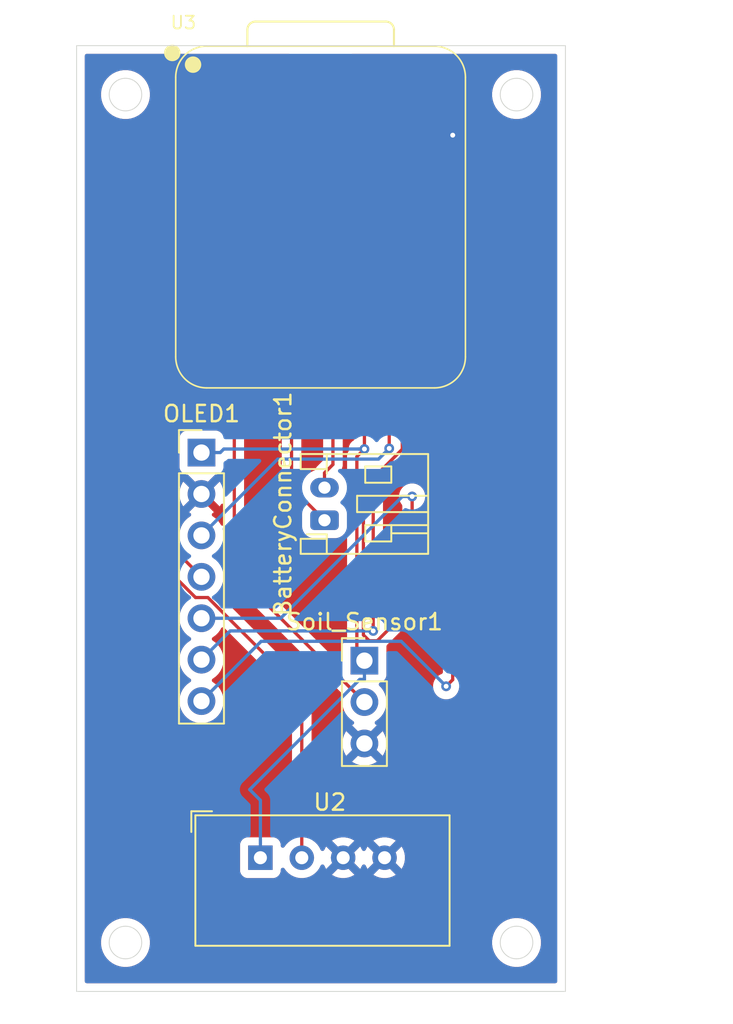
<source format=kicad_pcb>
(kicad_pcb (version 20241229) (generator "pcbnew") (generator_version "9.0")
  (layers (0 "F.Cu" signal) (2 "B.Cu" signal) (13 "F.Paste" user) (15 "B.Paste" user) (5 "F.SilkS" user "F.Silkscreen") (7 "B.SilkS" user "B.Silkscreen") (1 "F.Mask" user) (3 "B.Mask" user) (25 "Edge.Cuts" user))
  (net 0 "")
  (net 1 "GND")
  (net 2 "Net-(Soil_Sensor1-Pin_2)")
  (net 3 "SCL")
  (net 4 "SDA")
  (net 5 "CS")
  (net 6 "DIN")
  (net 7 "RST")
  (net 8 "DC")
  (net 9 "Net-(BatteryConnector1-Pin_1)")
  (net 10 "Net-(BatteryConnector1-Pin_2)")
  (net 12 "+3.3V")
  (net 15 "+5V")
  (footprint "Library:XIAO-ESP32C6-SMD" (layer "F.Cu") (at 146.2 70.5481)
    (property "Reference" "U3" (at -9.5 -11.5 0) (layer "F.SilkS") (effects (font (size 0.78232 0.78232) (thickness 0.10668)) (justify left bottom)))
    (property "Value" "XIAO-ESP32-S3-SMD")
    (fp_line (start -9.1166 8.5345) (end -9.1166 -8.6105) (stroke (width 0.1)) (layer "F.SilkS"))
    (fp_line (start -7.2116 10.4395) (end 6.7584 10.4395) (stroke (width 0.1)) (layer "F.SilkS"))
    (fp_line (start -4.7216 -10.5155) (end -4.717872 -11.525772) (stroke (width 0.127)) (layer "F.SilkS"))
    (fp_line (start -4.217872 -12.0255) (end 3.7774 -12.0255) (stroke (width 0.127)) (layer "F.SilkS"))
    (fp_line (start 4.2774 -11.5255) (end 4.2774 -10.5155) (stroke (width 0.127)) (layer "F.SilkS"))
    (fp_line (start 6.7584 -10.5155) (end -7.2116 -10.5155) (stroke (width 0.1)) (layer "F.SilkS"))
    (fp_line (start 8.6634 8.5345) (end 8.6634 -8.6105) (stroke (width 0.1)) (layer "F.SilkS"))
    (fp_arc (start -9.1166 -8.6145) (mid -8.558638 -9.961538) (end -7.2116 -10.5195) (stroke (width 0.1)) (layer "F.SilkS"))
    (fp_arc (start -7.2116 10.4395) (mid -8.558638 9.881538) (end -9.1166 8.5345) (stroke (width 0.1)) (layer "F.SilkS"))
    (fp_arc (start -4.717872 -11.525772) (mid -4.571324 -11.879144) (end -4.217872 -12.0255) (stroke (width 0.127)) (layer "F.SilkS"))
    (fp_arc (start 3.7774 -12.0255) (mid 4.130953 -11.879053) (end 4.2774 -11.5255) (stroke (width 0.127)) (layer "F.SilkS"))
    (fp_arc (start 6.7584 -10.5155) (mid 8.105438 -9.957538) (end 8.6634 -8.6105) (stroke (width 0.1)) (layer "F.SilkS"))
    (fp_arc (start 8.6634 8.5345) (mid 8.105438 9.881538) (end 6.7584 10.4395) (stroke (width 0.1)) (layer "F.SilkS"))
    (fp_circle (center -9.3266 -10.0995) (end -9.3266 -10.3535) (stroke (width 0.5)) (fill yes) (layer "F.SilkS"))
    (fp_circle (center -8.0526 -9.3825) (end -8.0526 -9.6365) (stroke (width 0.5)) (fill yes) (layer "F.SilkS"))
    (pad "1" smd roundrect (at -8.2816 -7.5985) (size 2.75 2) (layers "F.Cu" "F.Mask" "F.Paste"))
    (pad "2" smd roundrect (at -8.2816 -5.0585) (size 2.75 2) (layers "F.Cu" "F.Mask" "F.Paste") (net 2 "Net-(Soil_Sensor1-Pin_2)"))
    (pad "3" smd roundrect (at -8.2816 -2.5185) (size 2.75 2) (layers "F.Cu" "F.Mask" "F.Paste"))
    (pad "4" smd roundrect (at -8.2816 0.0215) (size 2.75 2) (layers "F.Cu" "F.Mask" "F.Paste"))
    (pad "5" smd roundrect (at -8.2816 2.5615) (size 2.75 2) (layers "F.Cu" "F.Mask" "F.Paste") (net 4 "SDA"))
    (pad "6" smd roundrect (at -8.2816 5.1015) (size 2.75 2) (layers "F.Cu" "F.Mask" "F.Paste") (net 3 "SCL"))
    (pad "7" smd roundrect (at -8.2816 7.6415) (size 2.75 2) (layers "F.Cu" "F.Mask" "F.Paste"))
    (pad "8" smd roundrect (at 7.8834 7.6415) (size 2.75 2) (layers "F.Cu" "F.Mask" "F.Paste") (net 7 "RST"))
    (pad "9" smd roundrect (at 7.8834 5.1015) (size 2.75 2) (layers "F.Cu" "F.Mask" "F.Paste") (net 8 "DC"))
    (pad "10" smd roundrect (at 7.8834 2.5615) (size 2.75 2) (layers "F.Cu" "F.Mask" "F.Paste") (net 5 "CS"))
    (pad "11" smd roundrect (at 7.8834 0.0215) (size 2.75 2) (layers "F.Cu" "F.Mask" "F.Paste") (net 6 "DIN"))
    (pad "12" smd roundrect (at 7.8834 -2.5185) (size 2.75 2) (layers "F.Cu" "F.Mask" "F.Paste") (net 12 "+3.3V"))
    (pad "13" smd roundrect (at 7.8834 -5.0585) (size 2.75 2) (layers "F.Cu" "F.Mask" "F.Paste") (net 1 "GND"))
    (pad "14" smd roundrect (at 7.8834 -7.5985) (size 2.75 2) (layers "F.Cu" "F.Mask" "F.Paste") (net 15 "+5V"))
    (pad "15" smd roundrect (at -2.008 5.5532 270) (size 2.5 1.1) (layers "F.Cu" "F.Mask" "F.Paste") (net 9 "Net-(BatteryConnector1-Pin_1)"))
    (pad "16" smd roundrect (at 0.532 5.5532 270) (size 2.5 1.1) (layers "F.Cu" "F.Mask" "F.Paste") (net 10 "Net-(BatteryConnector1-Pin_2)"))
    (pad "17" smd circle (at -1.5 -8.62) (size 1.7 1.7) (layers "F.Cu" "F.Mask" "F.Paste"))
    (pad "18" smd circle (at 1.04 -8.62) (size 1.7 1.7) (layers "F.Cu" "F.Mask" "F.Paste"))
    (pad "19" smd circle (at -1.5 -6.08) (size 1.7 1.7) (layers "F.Cu" "F.Mask" "F.Paste"))
    (pad "20" smd circle (at 1.04 -6.08) (size 1.7 1.7) (layers "F.Cu" "F.Mask" "F.Paste"))
    (pad "21" smd circle (at -1.5 -3.54) (size 1.7 1.7) (layers "F.Cu" "F.Mask" "F.Paste"))
    (pad "22" smd circle (at 1.04 -3.54) (size 1.7 1.7) (layers "F.Cu" "F.Mask" "F.Paste"))
    (pad "23" smd circle (at -1.5 -1) (size 1.7 1.7) (layers "F.Cu" "F.Mask" "F.Paste"))
    (pad "24" smd circle (at 0.9474 -1.0568) (size 1.7 1.7) (layers "F.Cu" "F.Mask" "F.Paste"))
  )
  (footprint "Connector_PinHeader_2.54mm:PinHeader_1x03_P2.54mm_Vertical" (layer "F.Cu") (at 148.6644 97.7141)
    (property "Reference" "Soil_Sensor1" (at 0 -2.38 0) (layer "F.SilkS"))
    (property "Value" "Conn_01x03_Pin" (hide yes))
    (fp_line (start -1.38 -1.38) (end 0 -1.38) (stroke (width 0.12)) (layer "F.SilkS"))
    (fp_line (start -1.38 0) (end -1.38 -1.38) (stroke (width 0.12)) (layer "F.SilkS"))
    (fp_line (start -1.38 1.27) (end -1.38 6.46) (stroke (width 0.12)) (layer "F.SilkS"))
    (fp_line (start -1.38 1.27) (end 1.38 1.27) (stroke (width 0.12)) (layer "F.SilkS"))
    (fp_line (start -1.38 6.46) (end 1.38 6.46) (stroke (width 0.12)) (layer "F.SilkS"))
    (fp_line (start 1.38 1.27) (end 1.38 6.46) (stroke (width 0.12)) (layer "F.SilkS"))
    (pad "1" thru_hole rect (at 0 0) (size 1.7 1.7) (drill 1) (layers "*.Cu" "*.Mask") (net 12 "+3.3V"))
    (pad "2" thru_hole circle (at 0 2.54) (size 1.7 1.7) (drill 1) (layers "*.Cu" "*.Mask") (net 2 "Net-(Soil_Sensor1-Pin_2)"))
    (pad "3" thru_hole circle (at 0 5.08) (size 1.7 1.7) (drill 1) (layers "*.Cu" "*.Mask") (net 1 "GND"))
  )
  (footprint "Sensor:ASAIR_AM2302_P2.54mm_Vertical" (layer "F.Cu") (at 142.28 109.8)
    (property "Reference" "U2" (at 4.26 -3.4 180) (layer "F.SilkS"))
    (property "Value" "AM2302")
    (fp_line (start -4.24 -2.85) (end -2.97 -2.85) (stroke (width 0.12)) (layer "F.SilkS"))
    (fp_line (start -4.24 -1.58) (end -4.24 -2.85) (stroke (width 0.12)) (layer "F.SilkS"))
    (fp_line (start -3.99 -2.6) (end 11.61 -2.6) (stroke (width 0.12)) (layer "F.SilkS"))
    (fp_line (start -3.99 5.4) (end -3.99 -2.6) (stroke (width 0.12)) (layer "F.SilkS"))
    (fp_line (start 11.61 -2.6) (end 11.61 5.4) (stroke (width 0.12)) (layer "F.SilkS"))
    (fp_line (start 11.61 5.4) (end -3.99 5.4) (stroke (width 0.12)) (layer "F.SilkS"))
    (pad "1" thru_hole rect (at 0 0 90) (size 1.5 1.5) (drill 0.8) (layers "*.Cu" "*.Mask") (net 12 "+3.3V"))
    (pad "2" thru_hole circle (at 2.54 0 90) (size 1.5 1.5) (drill 0.8) (layers "*.Cu" "*.Mask") (net 4 "SDA"))
    (pad "3" thru_hole circle (at 5.08 0 90) (size 1.5 1.5) (drill 0.8) (layers "*.Cu" "*.Mask") (net 1 "GND"))
    (pad "4" thru_hole circle (at 7.62 0 90) (size 1.5 1.5) (drill 0.8) (layers "*.Cu" "*.Mask") (net 1 "GND"))
  )
  (footprint "Connector_JST:JST_PH_S2B-PH-K_1x02_P2.00mm_Horizontal" (layer "F.Cu") (at 146.2144 89.1041 90)
    (property "Reference" "BatteryConnector1" (at 1 -2.55 90) (layer "F.SilkS"))
    (property "Value" "Conn_01x02_Pin" (hide yes))
    (fp_line (start 4.06 -1.46) (end 3.14 -1.46) (stroke (width 0.12)) (layer "F.SilkS"))
    (fp_line (start 3.14 -1.46) (end 3.14 0.14) (stroke (width 0.12)) (layer "F.SilkS"))
    (fp_line (start -1.14 -1.46) (end -2.06 -1.46) (stroke (width 0.12)) (layer "F.SilkS"))
    (fp_line (start -2.06 -1.46) (end -2.06 6.36) (stroke (width 0.12)) (layer "F.SilkS"))
    (fp_line (start 4.06 0.14) (end 3.14 0.14) (stroke (width 0.12)) (layer "F.SilkS"))
    (fp_line (start 3.14 0.14) (end 2.86 0.14) (stroke (width 0.12)) (layer "F.SilkS"))
    (fp_line (start -0.86 0.14) (end -0.86 -1.075) (stroke (width 0.12)) (layer "F.SilkS"))
    (fp_line (start -0.86 0.14) (end -1.14 0.14) (stroke (width 0.12)) (layer "F.SilkS"))
    (fp_line (start -1.14 0.14) (end -1.14 -1.46) (stroke (width 0.12)) (layer "F.SilkS"))
    (fp_line (start -2.06 0.14) (end -1.14 0.14) (stroke (width 0.12)) (layer "F.SilkS"))
    (fp_line (start 1.5 2) (end 1.5 6.36) (stroke (width 0.12)) (layer "F.SilkS"))
    (fp_line (start 0.5 2) (end 1.5 2) (stroke (width 0.12)) (layer "F.SilkS"))
    (fp_line (start 3.3 2.5) (end 3.3 4.1) (stroke (width 0.12)) (layer "F.SilkS"))
    (fp_line (start 2.3 2.5) (end 3.3 2.5) (stroke (width 0.12)) (layer "F.SilkS"))
    (fp_line (start -0.3 2.5) (end -1.3 2.5) (stroke (width 0.12)) (layer "F.SilkS"))
    (fp_line (start -1.3 2.5) (end -1.3 4.1) (stroke (width 0.12)) (layer "F.SilkS"))
    (fp_line (start 3.3 4.1) (end 2.3 4.1) (stroke (width 0.12)) (layer "F.SilkS"))
    (fp_line (start 2.3 4.1) (end 2.3 2.5) (stroke (width 0.12)) (layer "F.SilkS"))
    (fp_line (start -0.3 4.1) (end -0.3 2.5) (stroke (width 0.12)) (layer "F.SilkS"))
    (fp_line (start -0.3 4.1) (end -0.3 6.36) (stroke (width 0.12)) (layer "F.SilkS"))
    (fp_line (start -0.8 4.1) (end -0.8 6.36) (stroke (width 0.12)) (layer "F.SilkS"))
    (fp_line (start -1.3 4.1) (end -0.3 4.1) (stroke (width 0.12)) (layer "F.SilkS"))
    (fp_line (start 4.06 6.36) (end 4.06 -1.46) (stroke (width 0.12)) (layer "F.SilkS"))
    (fp_line (start 0.5 6.36) (end 0.5 2) (stroke (width 0.12)) (layer "F.SilkS"))
    (fp_line (start -2.06 6.36) (end 4.06 6.36) (stroke (width 0.12)) (layer "F.SilkS"))
    (pad "1" thru_hole roundrect (at 0 0 90) (size 1.2 1.75) (drill 0.75) (layers "*.Cu" "*.Mask") (roundrect_rratio 0.208333) (net 9 "Net-(BatteryConnector1-Pin_1)"))
    (pad "2" thru_hole oval (at 2 0 90) (size 1.2 1.75) (drill 0.75) (layers "*.Cu" "*.Mask") (net 10 "Net-(BatteryConnector1-Pin_2)"))
  )
  (footprint "Connector_PinHeader_2.54mm:PinHeader_1x07_P2.54mm_Vertical" (layer "F.Cu") (at 138.6644 84.9541)
    (property "Reference" "OLED1" (at 0 -2.38 0) (layer "F.SilkS"))
    (property "Value" "Conn_01x07_Pin" (hide yes))
    (fp_line (start -1.38 -1.38) (end 0 -1.38) (stroke (width 0.12)) (layer "F.SilkS"))
    (fp_line (start -1.38 0) (end -1.38 -1.38) (stroke (width 0.12)) (layer "F.SilkS"))
    (fp_line (start -1.38 1.27) (end -1.38 16.62) (stroke (width 0.12)) (layer "F.SilkS"))
    (fp_line (start -1.38 1.27) (end 1.38 1.27) (stroke (width 0.12)) (layer "F.SilkS"))
    (fp_line (start -1.38 16.62) (end 1.38 16.62) (stroke (width 0.12)) (layer "F.SilkS"))
    (fp_line (start 1.38 1.27) (end 1.38 16.62) (stroke (width 0.12)) (layer "F.SilkS"))
    (pad "1" thru_hole rect (at 0 0) (size 1.7 1.7) (drill 1) (layers "*.Cu" "*.Mask") (net 12 "+3.3V"))
    (pad "2" thru_hole circle (at 0 2.54) (size 1.7 1.7) (drill 1) (layers "*.Cu" "*.Mask") (net 1 "GND"))
    (pad "3" thru_hole circle (at 0 5.08) (size 1.7 1.7) (drill 1) (layers "*.Cu" "*.Mask") (net 6 "DIN"))
    (pad "4" thru_hole circle (at 0 7.62) (size 1.7 1.7) (drill 1) (layers "*.Cu" "*.Mask") (net 3 "SCL"))
    (pad "5" thru_hole circle (at 0 10.16) (size 1.7 1.7) (drill 1) (layers "*.Cu" "*.Mask") (net 5 "CS"))
    (pad "6" thru_hole circle (at 0 12.7) (size 1.7 1.7) (drill 1) (layers "*.Cu" "*.Mask") (net 8 "DC"))
    (pad "7" thru_hole circle (at 0 15.24) (size 1.7 1.7) (drill 1) (layers "*.Cu" "*.Mask") (net 7 "RST"))
  )
  (gr_circle (center 158 115) (end 159 115) (stroke (width 0.05)) (fill no) (layer "Edge.Cuts"))
  (gr_circle (center 134 63) (end 135 63) (stroke (width 0.05)) (fill no) (layer "Edge.Cuts"))
  (gr_rect (start 131 60) (end 161 118) (stroke (width 0.05)) (fill no) (layer "Edge.Cuts"))
  (gr_circle (center 134 115) (end 135 115) (stroke (width 0.05)) (fill no) (layer "Edge.Cuts"))
  (gr_circle (center 158 63) (end 159 63) (stroke (width 0.05)) (fill no) (layer "Edge.Cuts"))
  (via (at 154.0834 65.4896) (size 0.6) (drill 0.3) (layers "F.Cu" "B.Cu") (net 1))
  (via (at 138.6644 87.4941) (size 0.6) (drill 0.3) (layers "F.Cu" "B.Cu") (net 1))
  (via (at 147.36 109.8) (size 0.6) (drill 0.3) (layers "F.Cu" "B.Cu") (net 1))
  (via (at 149.9 109.8) (size 0.6) (drill 0.3) (layers "F.Cu" "B.Cu") (net 1))
  (via (at 148.6644 102.7941) (size 0.6) (drill 0.3) (layers "F.Cu" "B.Cu") (net 1))
  (segment (start 147.36 109.8) (end 147.3687 109.7913) (width 0.2) (layer "B.Cu") (net 1))
  (segment (start 146.702 109.7913) (end 147.3513 109.7913) (width 0.2) (layer "B.Cu") (net 1))
  (segment (start 147.3513 109.7913) (end 147.36 109.8) (width 0.2) (layer "B.Cu") (net 1))
  (segment (start 140.6785 92.2682) (end 140.6785 68.2497) (width 0.2) (layer "F.Cu") (net 2))
  (segment (start 140.6785 68.2497) (end 137.9184 65.4896) (width 0.2) (layer "F.Cu") (net 2))
  (segment (start 148.6644 100.2541) (end 140.6785 92.2682) (width 0.2) (layer "F.Cu") (net 2))
  (segment (start 136.1949 77.3731) (end 136.1949 90.1046) (width 0.2) (layer "F.Cu") (net 3))
  (segment (start 136.1949 90.1046) (end 138.6644 92.5741) (width 0.2) (layer "F.Cu") (net 3))
  (segment (start 137.9184 75.6496) (end 136.1949 77.3731) (width 0.2) (layer "F.Cu") (net 3))
  (segment (start 135.7462 91.2906) (end 138.2997 93.8441) (width 0.2) (layer "F.Cu") (net 4))
  (segment (start 144.82 99.607) (end 144.82 109.8) (width 0.2) (layer "F.Cu") (net 4))
  (segment (start 135.7462 75.2818) (end 135.7462 91.2906) (width 0.2) (layer "F.Cu") (net 4))
  (segment (start 139.0571 93.8441) (end 144.82 99.607) (width 0.2) (layer "F.Cu") (net 4))
  (segment (start 138.2997 93.8441) (end 139.0571 93.8441) (width 0.2) (layer "F.Cu") (net 4))
  (segment (start 137.9184 73.1096) (end 135.7462 75.2818) (width 0.2) (layer "F.Cu") (net 4))
  (segment (start 151.5916 94.3569) (end 151.5916 87.6463) (width 0.2) (layer "F.Cu") (net 5))
  (segment (start 149.4541 96.4944) (end 151.5916 94.3569) (width 0.2) (layer "F.Cu") (net 5))
  (segment (start 154.0834 73.1096) (end 150.9882 76.2048) (width 0.2) (layer "F.Cu") (net 5))
  (segment (start 148.602 87.1346) (end 148.602 96.1406) (width 0.2) (layer "F.Cu") (net 5))
  (segment (start 148.9558 96.4944) (end 149.4541 96.4944) (width 0.2) (layer "F.Cu") (net 5))
  (segment (start 150.9882 84.7484) (end 148.602 87.1346) (width 0.2) (layer "F.Cu") (net 5))
  (segment (start 148.602 96.1406) (end 148.9558 96.4944) (width 0.2) (layer "F.Cu") (net 5))
  (segment (start 150.9882 76.2048) (end 150.9882 84.7484) (width 0.2) (layer "F.Cu") (net 5))
  (via (at 151.5916 87.6463) (size 0.6) (drill 0.3) (layers "F.Cu" "B.Cu") (net 5))
  (segment (start 151.5917 87.6463) (end 151.5916 87.6463) (width 0.2) (layer "B.Cu") (net 5))
  (segment (start 143.5221 95.1141) (end 150.9899 87.6463) (width 0.2) (layer "B.Cu") (net 5))
  (segment (start 138.6644 95.1141) (end 143.5221 95.1141) (width 0.2) (layer "B.Cu") (net 5))
  (segment (start 150.9899 87.6463) (end 151.5917 87.6463) (width 0.2) (layer "B.Cu") (net 5))
  (segment (start 150.1855 74.4675) (end 154.0834 70.5696) (width 0.2) (layer "F.Cu") (net 6))
  (segment (start 150.1855 84.7) (end 150.1855 74.4675) (width 0.2) (layer "F.Cu") (net 6))
  (via (at 150.1855 84.7) (size 0.6) (drill 0.3) (layers "F.Cu" "B.Cu") (net 6))
  (segment (start 138.6644 90.0341) (end 143.3442 85.3543) (width 0.2) (layer "B.Cu") (net 6))
  (segment (start 149.5312 85.3543) (end 150.1855 84.7) (width 0.2) (layer "B.Cu") (net 6))
  (segment (start 143.3442 85.3543) (end 149.5312 85.3543) (width 0.2) (layer "B.Cu") (net 6))
  (segment (start 154.0834 81.9806) (end 154.0819 81.9821) (width 0.2) (layer "F.Cu") (net 7))
  (segment (start 154.0834 78.1896) (end 154.0834 81.9806) (width 0.2) (layer "F.Cu") (net 7))
  (segment (start 154.0819 81.9821) (end 154.0819 98.8832) (width 0.2) (layer "F.Cu") (net 7))
  (segment (start 154.0819 98.8832) (end 153.6788 99.2863) (width 0.2) (layer "F.Cu") (net 7))
  (via (at 153.6788 99.2863) (size 0.6) (drill 0.3) (layers "F.Cu" "B.Cu") (net 7))
  (segment (start 150.921 96.5285) (end 153.6788 99.2863) (width 0.2) (layer "B.Cu") (net 7))
  (segment (start 142.33 96.5285) (end 150.921 96.5285) (width 0.2) (layer "B.Cu") (net 7))
  (segment (start 138.6644 100.1941) (end 142.33 96.5285) (width 0.2) (layer "B.Cu") (net 7))
  (segment (start 152.4048 77.3282) (end 152.4048 84.0997) (width 0.2) (layer "F.Cu") (net 8))
  (segment (start 152.4048 84.0997) (end 149.2038 87.3007) (width 0.2) (layer "F.Cu") (net 8))
  (segment (start 149.2038 87.3007) (end 149.2038 95.8915) (width 0.2) (layer "F.Cu") (net 8))
  (segment (start 154.0834 75.6496) (end 152.4048 77.3282) (width 0.2) (layer "F.Cu") (net 8))
  (segment (start 149.2038 95.8915) (end 149.2037 95.8915) (width 0.2) (layer "F.Cu") (net 8))
  (via (at 149.2037 95.8915) (size 0.6) (drill 0.3) (layers "F.Cu" "B.Cu") (net 8))
  (segment (start 149.2038 95.8916) (end 149.2037 95.8915) (width 0.2) (layer "B.Cu") (net 8))
  (segment (start 149.2037 95.8915) (end 149.2038 95.8916) (width 0.2) (layer "B.Cu") (net 8))
  (segment (start 149.2037 95.8915) (end 140.427 95.8915) (width 0.2) (layer "B.Cu") (net 8))
  (segment (start 140.427 95.8915) (end 138.6644 97.6541) (width 0.2) (layer "B.Cu") (net 8))
  (segment (start 146.2144 89.1041) (end 144.192 87.0817) (width 0.2) (layer "F.Cu") (net 9))
  (segment (start 144.192 87.0817) (end 144.192 76.1013) (width 0.2) (layer "F.Cu") (net 9))
  (segment (start 146.732 85.6848) (end 146.2144 86.2024) (width 0.2) (layer "F.Cu") (net 10))
  (segment (start 146.2144 87.1041) (end 146.2144 86.2024) (width 0.2) (layer "F.Cu") (net 10))
  (segment (start 146.732 76.1013) (end 146.732 85.6848) (width 0.2) (layer "F.Cu") (net 10))
  (segment (start 148.6644 84.7363) (end 148.301 84.7363) (width 0.2) (layer "F.Cu") (net 12))
  (segment (start 148.2003 85.2004) (end 148.2003 97.25) (width 0.2) (layer "F.Cu") (net 12))
  (segment (start 148.6644 84.7363) (end 148.2003 85.2004) (width 0.2) (layer "F.Cu") (net 12))
  (segment (start 148.6644 84.7363) (end 148.6644 73.4486) (width 0.2) (layer "F.Cu") (net 12))
  (segment (start 148.2003 97.25) (end 148.6644 97.7141) (width 0.2) (layer "F.Cu") (net 12))
  (segment (start 148.301 84.7363) (end 148.6644 84.7363) (width 0.2) (layer "F.Cu") (net 12))
  (segment (start 148.6644 73.4486) (end 154.0834 68.0296) (width 0.2) (layer "F.Cu") (net 12))
  (via (at 148.6644 84.7363) (size 0.6) (drill 0.3) (layers "F.Cu" "B.Cu") (net 12))
  (segment (start 142.28 106.2783) (end 142.28 109.8) (width 0.2) (layer "B.Cu") (net 12))
  (segment (start 148.6644 98.8658) (end 148.3765 98.8658) (width 0.2) (layer "B.Cu") (net 12))
  (segment (start 140.0339 84.7363) (end 139.8161 84.9541) (width 0.2) (layer "B.Cu") (net 12))
  (segment (start 141.622 105.6203) (end 142.28 106.2783) (width 0.2) (layer "B.Cu") (net 12))
  (segment (start 148.6644 97.7141) (end 148.6644 98.8658) (width 0.2) (layer "B.Cu") (net 12))
  (segment (start 148.3765 98.8658) (end 141.622 105.6203) (width 0.2) (layer "B.Cu") (net 12))
  (segment (start 148.6644 84.7363) (end 140.0339 84.7363) (width 0.2) (layer "B.Cu") (net 12))
  (segment (start 138.6644 84.9541) (end 139.8161 84.9541) (width 0.2) (layer "B.Cu") (net 12))
  (zone (net 1) (net_name "GND") (layers "F.Cu" "B.Cu") (connect_pads (clearance 0.5)) (min_thickness 0.25) (fill yes (thermal_gap 0.5) (thermal_bridge_width 0.5))
    (polygon (pts (xy 127.3 57.2) (xy 171.3 58.2) (xy 165.8 119.7) (xy 126.3 120)))
  )
)
</source>
